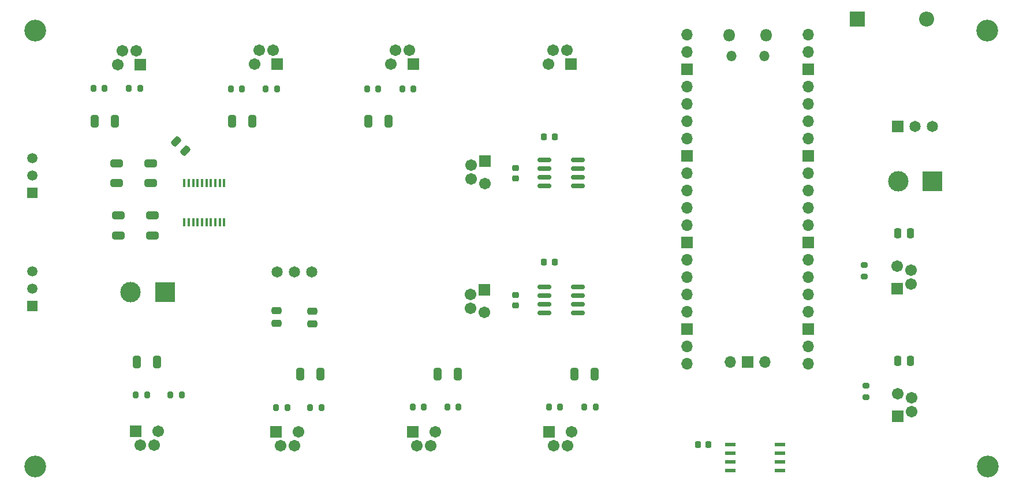
<source format=gbs>
G04 #@! TF.GenerationSoftware,KiCad,Pcbnew,7.0.8*
G04 #@! TF.CreationDate,2024-12-11T20:09:02-06:00*
G04 #@! TF.ProjectId,LEC,4c45432e-6b69-4636-9164-5f7063625858,rev?*
G04 #@! TF.SameCoordinates,Original*
G04 #@! TF.FileFunction,Soldermask,Bot*
G04 #@! TF.FilePolarity,Negative*
%FSLAX46Y46*%
G04 Gerber Fmt 4.6, Leading zero omitted, Abs format (unit mm)*
G04 Created by KiCad (PCBNEW 7.0.8) date 2024-12-11 20:09:02*
%MOMM*%
%LPD*%
G01*
G04 APERTURE LIST*
G04 Aperture macros list*
%AMRoundRect*
0 Rectangle with rounded corners*
0 $1 Rounding radius*
0 $2 $3 $4 $5 $6 $7 $8 $9 X,Y pos of 4 corners*
0 Add a 4 corners polygon primitive as box body*
4,1,4,$2,$3,$4,$5,$6,$7,$8,$9,$2,$3,0*
0 Add four circle primitives for the rounded corners*
1,1,$1+$1,$2,$3*
1,1,$1+$1,$4,$5*
1,1,$1+$1,$6,$7*
1,1,$1+$1,$8,$9*
0 Add four rect primitives between the rounded corners*
20,1,$1+$1,$2,$3,$4,$5,0*
20,1,$1+$1,$4,$5,$6,$7,0*
20,1,$1+$1,$6,$7,$8,$9,0*
20,1,$1+$1,$8,$9,$2,$3,0*%
G04 Aperture macros list end*
%ADD10RoundRect,0.102000X-0.754000X-0.754000X0.754000X-0.754000X0.754000X0.754000X-0.754000X0.754000X0*%
%ADD11C,1.712000*%
%ADD12R,3.000000X3.000000*%
%ADD13C,3.000000*%
%ADD14RoundRect,0.102000X0.754000X-0.754000X0.754000X0.754000X-0.754000X0.754000X-0.754000X-0.754000X0*%
%ADD15RoundRect,0.102000X-0.754000X0.754000X-0.754000X-0.754000X0.754000X-0.754000X0.754000X0.754000X0*%
%ADD16C,3.200000*%
%ADD17R,2.200000X2.200000*%
%ADD18O,2.200000X2.200000*%
%ADD19RoundRect,0.102000X0.754000X0.754000X-0.754000X0.754000X-0.754000X-0.754000X0.754000X-0.754000X0*%
%ADD20O,1.800000X1.800000*%
%ADD21O,1.500000X1.500000*%
%ADD22O,1.700000X1.700000*%
%ADD23R,1.700000X1.700000*%
%ADD24R,1.498600X1.498600*%
%ADD25C,1.498600*%
%ADD26R,1.651000X1.651000*%
%ADD27C,1.651000*%
%ADD28RoundRect,0.250000X-0.650000X0.325000X-0.650000X-0.325000X0.650000X-0.325000X0.650000X0.325000X0*%
%ADD29RoundRect,0.250000X0.325000X0.650000X-0.325000X0.650000X-0.325000X-0.650000X0.325000X-0.650000X0*%
%ADD30RoundRect,0.200000X0.200000X0.275000X-0.200000X0.275000X-0.200000X-0.275000X0.200000X-0.275000X0*%
%ADD31RoundRect,0.200000X-0.200000X-0.275000X0.200000X-0.275000X0.200000X0.275000X-0.200000X0.275000X0*%
%ADD32RoundRect,0.225000X-0.250000X0.225000X-0.250000X-0.225000X0.250000X-0.225000X0.250000X0.225000X0*%
%ADD33RoundRect,0.250000X0.475000X-0.250000X0.475000X0.250000X-0.475000X0.250000X-0.475000X-0.250000X0*%
%ADD34RoundRect,0.150000X-0.825000X-0.150000X0.825000X-0.150000X0.825000X0.150000X-0.825000X0.150000X0*%
%ADD35RoundRect,0.250000X-0.250000X-0.475000X0.250000X-0.475000X0.250000X0.475000X-0.250000X0.475000X0*%
%ADD36R,1.524000X0.533400*%
%ADD37RoundRect,0.250000X-0.325000X-0.650000X0.325000X-0.650000X0.325000X0.650000X-0.325000X0.650000X0*%
%ADD38R,0.355600X1.308100*%
%ADD39RoundRect,0.225000X-0.225000X-0.250000X0.225000X-0.250000X0.225000X0.250000X-0.225000X0.250000X0*%
%ADD40RoundRect,0.250000X0.650000X-0.325000X0.650000X0.325000X-0.650000X0.325000X-0.650000X-0.325000X0*%
%ADD41RoundRect,0.250000X-0.512652X-0.159099X-0.159099X-0.512652X0.512652X0.159099X0.159099X0.512652X0*%
%ADD42RoundRect,0.200000X-0.275000X0.200000X-0.275000X-0.200000X0.275000X-0.200000X0.275000X0.200000X0*%
G04 APERTURE END LIST*
D10*
X81435000Y-61450000D03*
D11*
X80800000Y-59420000D03*
X78135000Y-61450000D03*
X78770000Y-59420000D03*
D12*
X85000000Y-94800000D03*
D13*
X80000000Y-94800000D03*
D14*
X131900000Y-94520000D03*
D11*
X129870000Y-95155000D03*
X131900000Y-97820000D03*
X129870000Y-97185000D03*
D12*
X197600000Y-78600000D03*
D13*
X192600000Y-78600000D03*
D15*
X192500000Y-113000000D03*
D11*
X194530000Y-112365000D03*
X192500000Y-109700000D03*
X194530000Y-110335000D03*
D10*
X121475000Y-61400000D03*
D11*
X120840000Y-59370000D03*
X118175000Y-61400000D03*
X118810000Y-59370000D03*
D16*
X205600000Y-56500000D03*
D15*
X192400000Y-94300000D03*
D11*
X194430000Y-93665000D03*
X192400000Y-91000000D03*
X194430000Y-91635000D03*
D16*
X205700000Y-120400000D03*
D10*
X101475000Y-61400000D03*
D11*
X100840000Y-59370000D03*
X98175000Y-61400000D03*
X98810000Y-59370000D03*
D17*
X186520000Y-54800000D03*
D18*
X196680000Y-54800000D03*
D19*
X141385000Y-115300000D03*
D11*
X142020000Y-117330000D03*
X144685000Y-115300000D03*
X144050000Y-117330000D03*
D14*
X131917500Y-75612500D03*
D11*
X129887500Y-76247500D03*
X131917500Y-78912500D03*
X129887500Y-78277500D03*
D10*
X144600000Y-61400000D03*
D11*
X143965000Y-59370000D03*
X141300000Y-61400000D03*
X141935000Y-59370000D03*
D16*
X66000000Y-120400000D03*
D20*
X167765000Y-57200000D03*
D21*
X168065000Y-60230000D03*
X172915000Y-60230000D03*
D20*
X173215000Y-57200000D03*
D22*
X161600000Y-57070000D03*
X161600000Y-59610000D03*
D23*
X161600000Y-62150000D03*
D22*
X161600000Y-64690000D03*
X161600000Y-67230000D03*
X161600000Y-69770000D03*
X161600000Y-72310000D03*
D23*
X161600000Y-74850000D03*
D22*
X161600000Y-77390000D03*
X161600000Y-79930000D03*
X161600000Y-82470000D03*
X161600000Y-85010000D03*
D23*
X161600000Y-87550000D03*
D22*
X161600000Y-90090000D03*
X161600000Y-92630000D03*
X161600000Y-95170000D03*
X161600000Y-97710000D03*
D23*
X161600000Y-100250000D03*
D22*
X161600000Y-102790000D03*
X161600000Y-105330000D03*
X179380000Y-105330000D03*
X179380000Y-102790000D03*
D23*
X179380000Y-100250000D03*
D22*
X179380000Y-97710000D03*
X179380000Y-95170000D03*
X179380000Y-92630000D03*
X179380000Y-90090000D03*
D23*
X179380000Y-87550000D03*
D22*
X179380000Y-85010000D03*
X179380000Y-82470000D03*
X179380000Y-79930000D03*
X179380000Y-77390000D03*
D23*
X179380000Y-74850000D03*
D22*
X179380000Y-72310000D03*
X179380000Y-69770000D03*
X179380000Y-67230000D03*
X179380000Y-64690000D03*
D23*
X179380000Y-62150000D03*
D22*
X179380000Y-59610000D03*
X179380000Y-57070000D03*
X167950000Y-105100000D03*
D23*
X170490000Y-105100000D03*
D22*
X173030000Y-105100000D03*
D16*
X66000000Y-56500000D03*
D24*
X65564400Y-80257400D03*
D25*
X65564400Y-77717400D03*
X65564400Y-75177400D03*
D19*
X80765000Y-115270000D03*
D11*
X81400000Y-117300000D03*
X84065000Y-115270000D03*
X83430000Y-117300000D03*
D26*
X192500000Y-70500000D03*
D27*
X195040000Y-70500000D03*
X197580000Y-70500000D03*
D24*
X65564400Y-96840000D03*
D25*
X65564400Y-94300000D03*
X65564400Y-91760000D03*
D19*
X121335000Y-115300000D03*
D11*
X121970000Y-117330000D03*
X124635000Y-115300000D03*
X124000000Y-117330000D03*
D19*
X101335000Y-115300000D03*
D11*
X101970000Y-117330000D03*
X104635000Y-115300000D03*
X104000000Y-117330000D03*
D27*
X101449000Y-91900000D03*
X103989000Y-91900000D03*
X106529000Y-91900000D03*
D28*
X78200000Y-83550000D03*
X78200000Y-86500000D03*
D29*
X83850000Y-105100000D03*
X80900000Y-105100000D03*
D30*
X96325000Y-65000000D03*
X94675000Y-65000000D03*
D31*
X80730000Y-109900000D03*
X82380000Y-109900000D03*
D32*
X136400000Y-76625000D03*
X136400000Y-78175000D03*
D33*
X101400000Y-99450000D03*
X101400000Y-97550000D03*
D30*
X121475000Y-65000000D03*
X119825000Y-65000000D03*
D32*
X136400000Y-95250000D03*
X136400000Y-96800000D03*
D30*
X81370000Y-64950000D03*
X79720000Y-64950000D03*
D34*
X140650000Y-79300000D03*
X140650000Y-78030000D03*
X140650000Y-76760000D03*
X140650000Y-75490000D03*
X145600000Y-75490000D03*
X145600000Y-76760000D03*
X145600000Y-78030000D03*
X145600000Y-79300000D03*
D35*
X192450000Y-104900000D03*
X194350000Y-104900000D03*
D36*
X175200000Y-117190000D03*
X175200000Y-118460000D03*
X175200000Y-119730000D03*
X175200000Y-121000000D03*
X167910200Y-121000000D03*
X167910200Y-119730000D03*
X167910200Y-118460000D03*
X167910200Y-117190000D03*
D28*
X83200000Y-83550000D03*
X83200000Y-86500000D03*
D37*
X104860000Y-106900000D03*
X107810000Y-106900000D03*
D38*
X87849999Y-78796100D03*
X88500000Y-78796100D03*
X89149998Y-78796100D03*
X89800000Y-78796100D03*
X90449998Y-78796100D03*
X91099997Y-78796100D03*
X91749998Y-78796100D03*
X92399997Y-78796100D03*
X93049998Y-78796100D03*
X93699997Y-78796100D03*
X93699999Y-84600000D03*
X93050001Y-84600000D03*
X92400000Y-84600000D03*
X91750001Y-84600000D03*
X91100000Y-84600000D03*
X90450001Y-84600000D03*
X89800000Y-84600000D03*
X89150001Y-84600000D03*
X88500000Y-84600000D03*
X87850001Y-84600000D03*
D31*
X141310000Y-111700000D03*
X142960000Y-111700000D03*
D34*
X140650000Y-97900000D03*
X140650000Y-96630000D03*
X140650000Y-95360000D03*
X140650000Y-94090000D03*
X145600000Y-94090000D03*
X145600000Y-95360000D03*
X145600000Y-96630000D03*
X145600000Y-97900000D03*
D31*
X85830000Y-109900000D03*
X87480000Y-109900000D03*
D39*
X163155100Y-117195000D03*
X164705100Y-117195000D03*
D30*
X101450000Y-65000000D03*
X99800000Y-65000000D03*
D31*
X121335000Y-111700000D03*
X122985000Y-111700000D03*
X146535000Y-111700000D03*
X148185000Y-111700000D03*
D37*
X145065000Y-106900000D03*
X148015000Y-106900000D03*
D31*
X106335000Y-111800000D03*
X107985000Y-111800000D03*
D29*
X77655000Y-69750000D03*
X74705000Y-69750000D03*
D37*
X124985000Y-106900000D03*
X127935000Y-106900000D03*
D35*
X192450000Y-86200000D03*
X194350000Y-86200000D03*
D29*
X117795000Y-69800000D03*
X114845000Y-69800000D03*
D31*
X126435000Y-111700000D03*
X128085000Y-111700000D03*
D33*
X106600000Y-99500000D03*
X106600000Y-97600000D03*
D31*
X101335000Y-111800000D03*
X102985000Y-111800000D03*
D39*
X140600000Y-72100000D03*
X142150000Y-72100000D03*
D30*
X76185000Y-64950000D03*
X74535000Y-64950000D03*
D40*
X77900000Y-78875000D03*
X77900000Y-75925000D03*
X82900000Y-78875000D03*
X82900000Y-75925000D03*
D29*
X97795000Y-69800000D03*
X94845000Y-69800000D03*
D41*
X86656498Y-72756498D03*
X88000000Y-74100000D03*
D39*
X140625000Y-90400000D03*
X142175000Y-90400000D03*
D42*
X187800000Y-108575000D03*
X187800000Y-110225000D03*
X187600000Y-90875000D03*
X187600000Y-92525000D03*
D30*
X116325000Y-65000000D03*
X114675000Y-65000000D03*
M02*

</source>
